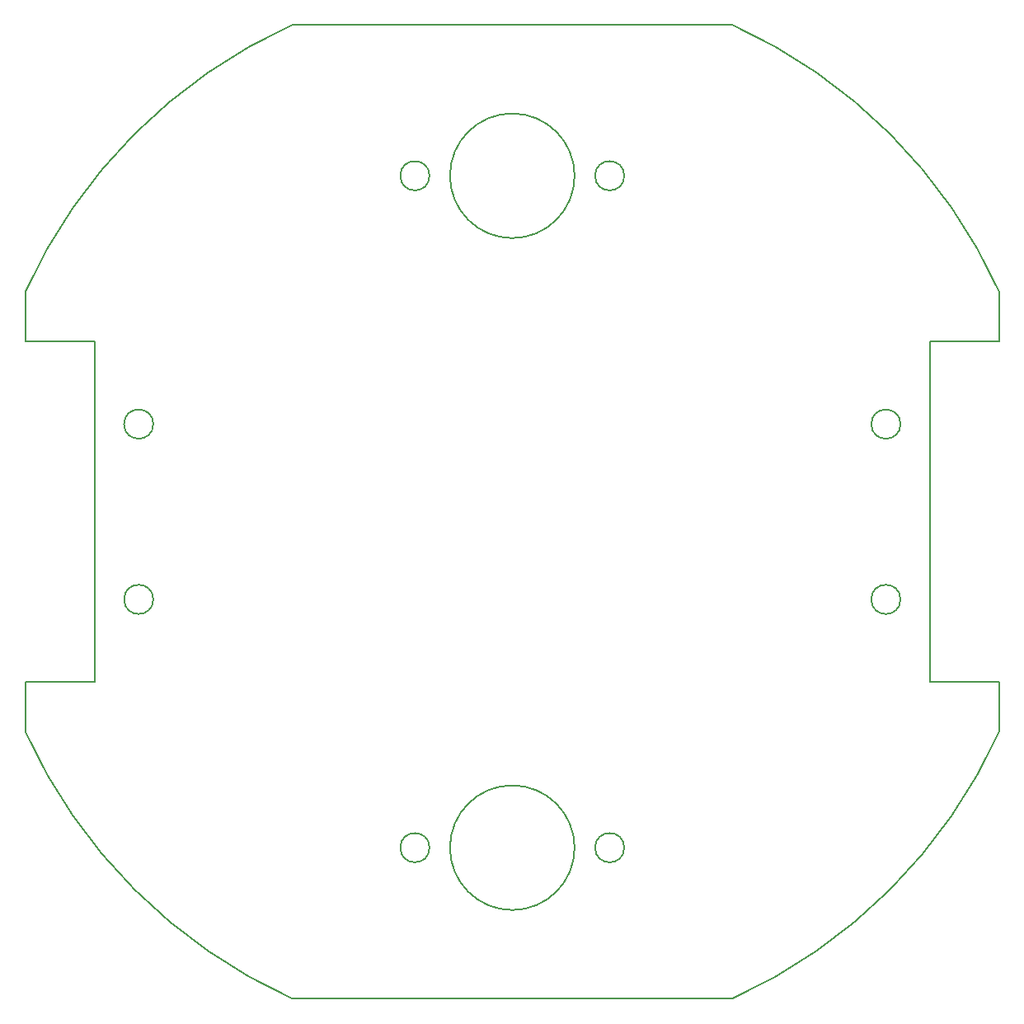
<source format=gbr>
G04 #@! TF.GenerationSoftware,KiCad,Pcbnew,(5.1.5)-3*
G04 #@! TF.CreationDate,2020-11-07T15:15:16-05:00*
G04 #@! TF.ProjectId,PRoMo,50526f4d-6f2e-46b6-9963-61645f706362,rev?*
G04 #@! TF.SameCoordinates,Original*
G04 #@! TF.FileFunction,Profile,NP*
%FSLAX46Y46*%
G04 Gerber Fmt 4.6, Leading zero omitted, Abs format (unit mm)*
G04 Created by KiCad (PCBNEW (5.1.5)-3) date 2020-11-07 15:15:16*
%MOMM*%
%LPD*%
G04 APERTURE LIST*
%ADD10C,0.200000*%
G04 APERTURE END LIST*
D10*
X190468510Y-127800000D02*
X190468510Y-132888713D01*
X90468510Y-132888713D02*
X90468510Y-127800000D01*
X117879795Y-160299999D02*
G75*
G02X90468510Y-132888713I22588715J49999999D01*
G01*
X163057223Y-160300000D02*
X117879797Y-160300000D01*
X190468509Y-132888715D02*
G75*
G02X163057223Y-160300000I-49999999J22588715D01*
G01*
X163057225Y-60300001D02*
G75*
G02X190468510Y-87711287I-22588715J-49999999D01*
G01*
X183334255Y-127800000D02*
X190468510Y-127800000D01*
X183334255Y-92800000D02*
X183334255Y-127800000D01*
X97602765Y-127800000D02*
X97602765Y-92800000D01*
X190468510Y-92800000D02*
X183334255Y-92800000D01*
X90468510Y-92800000D02*
X90468511Y-87711287D01*
X90468510Y-127800000D02*
X97602765Y-127800000D01*
X190468510Y-87711287D02*
X190468510Y-92800000D01*
X90468511Y-87711286D02*
G75*
G02X117879797Y-60300001I49999999J-22588714D01*
G01*
X103602765Y-101300000D02*
G75*
G03X103602765Y-101300000I-1500000J0D01*
G01*
X146868510Y-144800000D02*
G75*
G03X146868510Y-144800000I-6400000J0D01*
G01*
X97602765Y-92800000D02*
X90468510Y-92800000D01*
X131968510Y-75800000D02*
G75*
G03X131968510Y-75800000I-1500000J0D01*
G01*
X103602765Y-119300000D02*
G75*
G03X103602765Y-119300000I-1500000J0D01*
G01*
X151968510Y-75800000D02*
G75*
G03X151968510Y-75800000I-1500000J0D01*
G01*
X180334255Y-101300000D02*
G75*
G03X180334255Y-101300000I-1500000J0D01*
G01*
X151968510Y-144800000D02*
G75*
G03X151968510Y-144800000I-1500000J0D01*
G01*
X131968510Y-144800000D02*
G75*
G03X131968510Y-144800000I-1500000J0D01*
G01*
X117879797Y-60300001D02*
X163057223Y-60300000D01*
X146868510Y-75800000D02*
G75*
G03X146868510Y-75800000I-6400000J0D01*
G01*
X180334255Y-119300000D02*
G75*
G03X180334255Y-119300000I-1500000J0D01*
G01*
M02*

</source>
